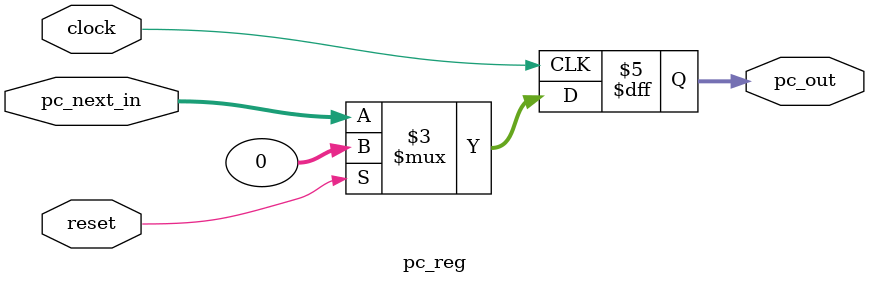
<source format=v>
module pc_reg(
    input clock,
    input reset,
    input [31:0] pc_next_in,
    output reg [31:0] pc_out
);

    always @(posedge clock) begin
        if (reset)
            pc_out <= 32'b0;
        else
            pc_out <= pc_next_in;
    end

endmodule
</source>
